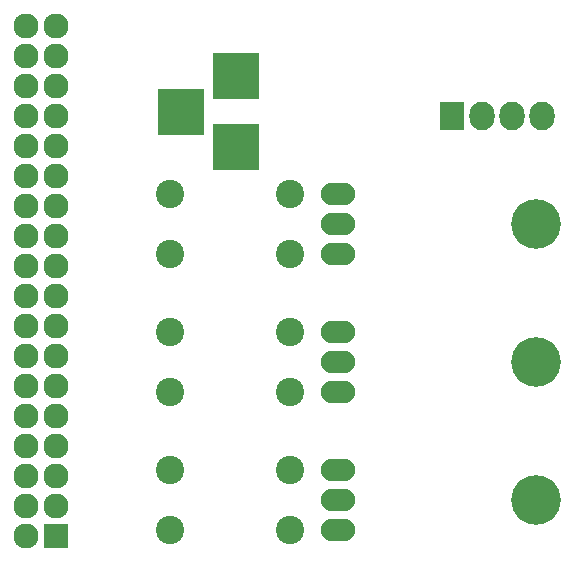
<source format=gts>
G04 #@! TF.FileFunction,Soldermask,Top*
%FSLAX46Y46*%
G04 Gerber Fmt 4.6, Leading zero omitted, Abs format (unit mm)*
G04 Created by KiCad (PCBNEW (2015-08-15 BZR 6094)-product) date Mon 17 Aug 2015 18:02:55 BST*
%MOMM*%
G01*
G04 APERTURE LIST*
%ADD10C,0.100000*%
%ADD11R,3.900120X3.900120*%
%ADD12R,2.127200X2.432000*%
%ADD13O,2.127200X2.432000*%
%ADD14C,2.398980*%
%ADD15O,2.899360X1.901140*%
%ADD16C,4.199840*%
%ADD17R,2.127200X2.127200*%
%ADD18O,2.127200X2.127200*%
G04 APERTURE END LIST*
D10*
D11*
X110236000Y-73764140D03*
X110236000Y-67764660D03*
X105537000Y-70764400D03*
D12*
X128524000Y-71120000D03*
D13*
X131064000Y-71120000D03*
X133604000Y-71120000D03*
X136144000Y-71120000D03*
D14*
X114808000Y-77724000D03*
X104648000Y-77724000D03*
X114808000Y-89408000D03*
X104648000Y-89408000D03*
X114808000Y-101092000D03*
X104648000Y-101092000D03*
X114808000Y-82804000D03*
X104648000Y-82804000D03*
X114808000Y-94488000D03*
X104648000Y-94488000D03*
X114808000Y-106172000D03*
X104648000Y-106172000D03*
D15*
X118872000Y-80264000D03*
X118872000Y-77724000D03*
X118872000Y-82804000D03*
D16*
X135636000Y-80264000D03*
D15*
X118872000Y-91948000D03*
X118872000Y-89408000D03*
X118872000Y-94488000D03*
D16*
X135636000Y-91948000D03*
D15*
X118872000Y-103632000D03*
X118872000Y-101092000D03*
X118872000Y-106172000D03*
D16*
X135636000Y-103632000D03*
D17*
X94996000Y-106680000D03*
D18*
X92456000Y-106680000D03*
X94996000Y-104140000D03*
X92456000Y-104140000D03*
X94996000Y-101600000D03*
X92456000Y-101600000D03*
X94996000Y-99060000D03*
X92456000Y-99060000D03*
X94996000Y-96520000D03*
X92456000Y-96520000D03*
X94996000Y-93980000D03*
X92456000Y-93980000D03*
X94996000Y-91440000D03*
X92456000Y-91440000D03*
X94996000Y-88900000D03*
X92456000Y-88900000D03*
X94996000Y-86360000D03*
X92456000Y-86360000D03*
X94996000Y-83820000D03*
X92456000Y-83820000D03*
X94996000Y-81280000D03*
X92456000Y-81280000D03*
X94996000Y-78740000D03*
X92456000Y-78740000D03*
X94996000Y-76200000D03*
X92456000Y-76200000D03*
X94996000Y-73660000D03*
X92456000Y-73660000D03*
X94996000Y-71120000D03*
X92456000Y-71120000D03*
X94996000Y-68580000D03*
X92456000Y-68580000D03*
X94996000Y-66040000D03*
X92456000Y-66040000D03*
X94996000Y-63500000D03*
X92456000Y-63500000D03*
M02*

</source>
